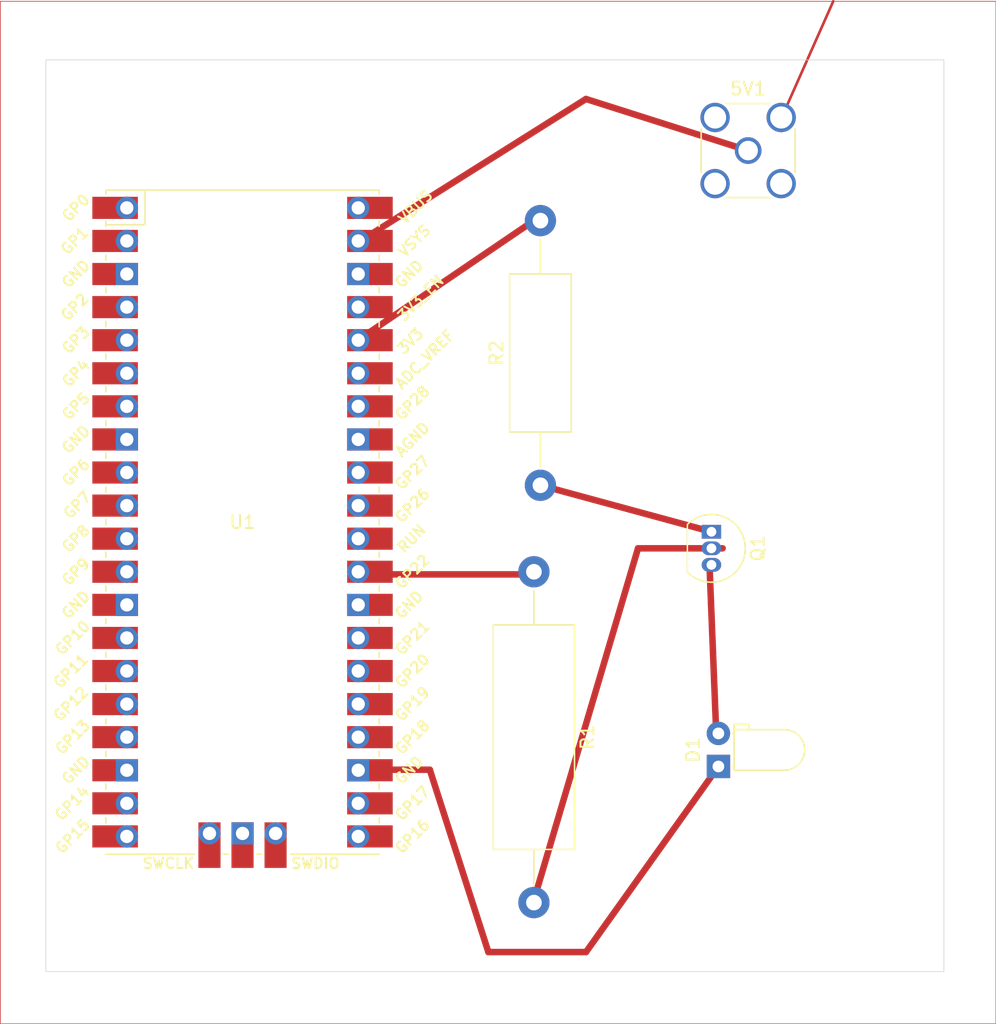
<source format=kicad_pcb>
(kicad_pcb (version 20240108) (generator "pcbnew") (generator_version "8.0")
  (layers (0 "F.Cu" signal) (31 "B.Cu" signal) (34 "B.Paste" user) (35 "F.Paste" user) (36 "B.SilkS" user "B.Silkscreen") (37 "F.SilkS" user "F.Silkscreen") (38 "B.Mask" user) (39 "F.Mask" user) (44 "Edge.Cuts" user))
  (net 0 "")
  (net 1 "GND")
  (net 2 "Net-(D1-A)")
  (net 3 "Net-(U1-GPIO22)")
  (net 15 "Net-(Q1-C)")
  (net 17 "Net-(5V1-+)")
  (net 46 "Net-(Q1-B)")
  (net 47 "3,3V")
  (footprint "MCU_RaspberryPi_and_Boards:RPi_Pico_SMD_TH" (layer "F.Cu") (at 71.11 109.49)
    (property "Reference" "U1" (at 0 0 0) (layer "F.SilkS"))
    (property "Value" "Pico")
    (fp_line (start -10.5 -25.5) (end -10.5 -25.2) (stroke (width 0.12)) (layer "F.SilkS"))
    (fp_line (start -10.5 -25.5) (end 10.5 -25.5) (stroke (width 0.12)) (layer "F.SilkS"))
    (fp_line (start -10.5 -23.1) (end -10.5 -22.7) (stroke (width 0.12)) (layer "F.SilkS"))
    (fp_line (start -10.5 -22.833) (end -7.493 -22.833) (stroke (width 0.12)) (layer "F.SilkS"))
    (fp_line (start -10.5 -20.5) (end -10.5 -20.1) (stroke (width 0.12)) (layer "F.SilkS"))
    (fp_line (start -10.5 -18) (end -10.5 -17.6) (stroke (width 0.12)) (layer "F.SilkS"))
    (fp_line (start -10.5 -15.4) (end -10.5 -15) (stroke (width 0.12)) (layer "F.SilkS"))
    (fp_line (start -10.5 -12.9) (end -10.5 -12.5) (stroke (width 0.12)) (layer "F.SilkS"))
    (fp_line (start -10.5 -10.4) (end -10.5 -10) (stroke (width 0.12)) (layer "F.SilkS"))
    (fp_line (start -10.5 -7.8) (end -10.5 -7.4) (stroke (width 0.12)) (layer "F.SilkS"))
    (fp_line (start -10.5 -5.3) (end -10.5 -4.9) (stroke (width 0.12)) (layer "F.SilkS"))
    (fp_line (start -10.5 -2.7) (end -10.5 -2.3) (stroke (width 0.12)) (layer "F.SilkS"))
    (fp_line (start -10.5 -0.2) (end -10.5 0.2) (stroke (width 0.12)) (layer "F.SilkS"))
    (fp_line (start -10.5 2.3) (end -10.5 2.7) (stroke (width 0.12)) (layer "F.SilkS"))
    (fp_line (start -10.5 4.9) (end -10.5 5.3) (stroke (width 0.12)) (layer "F.SilkS"))
    (fp_line (start -10.5 7.4) (end -10.5 7.8) (stroke (width 0.12)) (layer "F.SilkS"))
    (fp_line (start -10.5 10) (end -10.5 10.4) (stroke (width 0.12)) (layer "F.SilkS"))
    (fp_line (start -10.5 12.5) (end -10.5 12.9) (stroke (width 0.12)) (layer "F.SilkS"))
    (fp_line (start -10.5 15.1) (end -10.5 15.5) (stroke (width 0.12)) (layer "F.SilkS"))
    (fp_line (start -10.5 17.6) (end -10.5 18) (stroke (width 0.12)) (layer "F.SilkS"))
    (fp_line (start -10.5 20.1) (end -10.5 20.5) (stroke (width 0.12)) (layer "F.SilkS"))
    (fp_line (start -10.5 22.7) (end -10.5 23.1) (stroke (width 0.12)) (layer "F.SilkS"))
    (fp_line (start -7.493 -22.833) (end -7.493 -25.5) (stroke (width 0.12)) (layer "F.SilkS"))
    (fp_line (start -3.7 25.5) (end -10.5 25.5) (stroke (width 0.12)) (layer "F.SilkS"))
    (fp_line (start -1.5 25.5) (end -1.1 25.5) (stroke (width 0.12)) (layer "F.SilkS"))
    (fp_line (start 1.1 25.5) (end 1.5 25.5) (stroke (width 0.12)) (layer "F.SilkS"))
    (fp_line (start 10.5 -25.5) (end 10.5 -25.2) (stroke (width 0.12)) (layer "F.SilkS"))
    (fp_line (start 10.5 -23.1) (end 10.5 -22.7) (stroke (width 0.12)) (layer "F.SilkS"))
    (fp_line (start 10.5 -20.5) (end 10.5 -20.1) (stroke (width 0.12)) (layer "F.SilkS"))
    (fp_line (start 10.5 -18) (end 10.5 -17.6) (stroke (width 0.12)) (layer "F.SilkS"))
    (fp_line (start 10.5 -15.4) (end 10.5 -15) (stroke (width 0.12)) (layer "F.SilkS"))
    (fp_line (start 10.5 -12.9) (end 10.5 -12.5) (stroke (width 0.12)) (layer "F.SilkS"))
    (fp_line (start 10.5 -10.4) (end 10.5 -10) (stroke (width 0.12)) (layer "F.SilkS"))
    (fp_line (start 10.5 -7.8) (end 10.5 -7.4) (stroke (width 0.12)) (layer "F.SilkS"))
    (fp_line (start 10.5 -5.3) (end 10.5 -4.9) (stroke (width 0.12)) (layer "F.SilkS"))
    (fp_line (start 10.5 -2.7) (end 10.5 -2.3) (stroke (width 0.12)) (layer "F.SilkS"))
    (fp_line (start 10.5 -0.2) (end 10.5 0.2) (stroke (width 0.12)) (layer "F.SilkS"))
    (fp_line (start 10.5 2.3) (end 10.5 2.7) (stroke (width 0.12)) (layer "F.SilkS"))
    (fp_line (start 10.5 4.9) (end 10.5 5.3) (stroke (width 0.12)) (layer "F.SilkS"))
    (fp_line (start 10.5 7.4) (end 10.5 7.8) (stroke (width 0.12)) (layer "F.SilkS"))
    (fp_line (start 10.5 10) (end 10.5 10.4) (stroke (width 0.12)) (layer "F.SilkS"))
    (fp_line (start 10.5 12.5) (end 10.5 12.9) (stroke (width 0.12)) (layer "F.SilkS"))
    (fp_line (start 10.5 15.1) (end 10.5 15.5) (stroke (width 0.12)) (layer "F.SilkS"))
    (fp_line (start 10.5 17.6) (end 10.5 18) (stroke (width 0.12)) (layer "F.SilkS"))
    (fp_line (start 10.5 20.1) (end 10.5 20.5) (stroke (width 0.12)) (layer "F.SilkS"))
    (fp_line (start 10.5 22.7) (end 10.5 23.1) (stroke (width 0.12)) (layer "F.SilkS"))
    (fp_line (start 10.5 25.5) (end 3.7 25.5) (stroke (width 0.12)) (layer "F.SilkS"))
    (fp_text user "GP4" (at -12.8 -11.43 45) (layer "F.SilkS") (effects (font (size 0.8 0.8))))
    (fp_text user "GP14" (at -13.1 21.59 45) (layer "F.SilkS") (effects (font (size 0.8 0.8))))
    (fp_text user "GP5" (at -12.8 -8.89 45) (layer "F.SilkS") (effects (font (size 0.8 0.8))))
    (fp_text user "GP7" (at -12.7 -1.3 45) (layer "F.SilkS") (effects (font (size 0.8 0.8))))
    (fp_text user "GP15" (at -13.054 24.13 45) (layer "F.SilkS") (effects (font (size 0.8 0.8))))
    (fp_text user "GP13" (at -13.054 16.51 45) (layer "F.SilkS") (effects (font (size 0.8 0.8))))
    (fp_text user "GP6" (at -12.8 -3.81 45) (layer "F.SilkS") (effects (font (size 0.8 0.8))))
    (fp_text user "GP11" (at -13.2 11.43 45) (layer "F.SilkS") (effects (font (size 0.8 0.8))))
    (fp_text user "GP17" (at 13.054 21.59 45) (layer "F.SilkS") (effects (font (size 0.8 0.8))))
    (fp_text user "RUN" (at 13 1.27 45) (layer "F.SilkS") (effects (font (size 0.8 0.8))))
    (fp_text user "VBUS" (at 13.3 -24.2 45) (layer "F.SilkS") (effects (font (size 0.8 0.8))))
    (fp_text user "GP9" (at -12.8 3.81 45) (layer "F.SilkS") (effects (font (size 0.8 0.8))))
    (fp_text user "GND" (at -12.8 6.35 45) (layer "F.SilkS") (effects (font (size 0.8 0.8))))
    (fp_text user "GP3" (at -12.8 -13.97 45) (layer "F.SilkS") (effects (font (size 0.8 0.8))))
    (fp_text user "AGND" (at 13.054 -6.35 45) (layer "F.SilkS") (effects (font (size 0.8 0.8))))
    (fp_text user "SWDIO" (at 5.6 26.2 0) (layer "F.SilkS") (effects (font (size 0.8 0.8))))
    (fp_text user "3V3" (at 12.9 -13.9 45) (layer "F.SilkS") (effects (font (size 0.8 0.8))))
    (fp_text user "SWCLK" (at -5.7 26.2 0) (layer "F.SilkS") (effects (font (size 0.8 0.8))))
    (fp_text user "GP28" (at 13.054 -9.144 45) (layer "F.SilkS") (effects (font (size 0.8 0.8))))
    (fp_text user "GND" (at -12.8 -19.05 45) (layer "F.SilkS") (effects (font (size 0.8 0.8))))
    (fp_text user "GP10" (at -13.054 8.89 45) (layer "F.SilkS") (effects (font (size 0.8 0.8))))
    (fp_text user "GP0" (at -12.8 -24.13 45) (layer "F.SilkS") (effects (font (size 0.8 0.8))))
    (fp_text user "GP16" (at 13.054 24.13 45) (layer "F.SilkS") (effects (font (size 0.8 0.8))))
    (fp_text user "GP21" (at 13.054 8.9 45) (layer "F.SilkS") (effects (font (size 0.8 0.8))))
    (fp_text user "GND" (at 12.8 19.05 45) (layer "F.SilkS") (effects (font (size 0.8 0.8))))
    (fp_text user "GP22" (at 13.054 3.81 45) (layer "F.SilkS") (effects (font (size 0.8 0.8))))
    (fp_text user "3V3_EN" (at 13.7 -17.2 45) (layer "F.SilkS") (effects (font (size 0.8 0.8))))
    (fp_text user "GP20" (at 13.054 11.43 45) (layer "F.SilkS") (effects (font (size 0.8 0.8))))
    (fp_text user "GP1" (at -12.9 -21.6 45) (layer "F.SilkS") (effects (font (size 0.8 0.8))))
    (fp_text user "GP19" (at 13.054 13.97 45) (layer "F.SilkS") (effects (font (size 0.8 0.8))))
    (fp_text user "GP18" (at 13.054 16.51 45) (layer "F.SilkS") (effects (font (size 0.8 0.8))))
    (fp_text user "GND" (at -12.8 19.05 45) (layer "F.SilkS") (effects (font (size 0.8 0.8))))
    (fp_text user "GND" (at 12.8 6.35 45) (layer "F.SilkS") (effects (font (size 0.8 0.8))))
    (fp_text user "GP2" (at -12.9 -16.51 45) (layer "F.SilkS") (effects (font (size 0.8 0.8))))
    (fp_text user "GP27" (at 13.054 -3.8 45) (layer "F.SilkS") (effects (font (size 0.8 0.8))))
    (fp_text user "GND" (at 12.8 -19.05 45) (layer "F.SilkS") (effects (font (size 0.8 0.8))))
    (fp_text user "GP12" (at -13.2 13.97 45) (layer "F.SilkS") (effects (font (size 0.8 0.8))))
    (fp_text user "GND" (at -12.8 -6.35 45) (layer "F.SilkS") (effects (font (size 0.8 0.8))))
    (fp_text user "ADC_VREF" (at 14 -12.5 45) (layer "F.SilkS") (effects (font (size 0.8 0.8))))
    (fp_text user "GP8" (at -12.8 1.27 45) (layer "F.SilkS") (effects (font (size 0.8 0.8))))
    (fp_text user "VSYS" (at 13.2 -21.59 45) (layer "F.SilkS") (effects (font (size 0.8 0.8))))
    (fp_text user "GP26" (at 13.054 -1.27 45) (layer "F.SilkS") (effects (font (size 0.8 0.8))))
    (pad "" np_thru_hole oval (at -2.725 -24) (size 1.8 1.8) (drill 1.8) (layers "*.Cu" "*.Mask"))
    (pad "" np_thru_hole oval (at -2.425 -20.97) (size 1.5 1.5) (drill 1.5) (layers "*.Cu" "*.Mask"))
    (pad "" np_thru_hole oval (at 2.425 -20.97) (size 1.5 1.5) (drill 1.5) (layers "*.Cu" "*.Mask"))
    (pad "" np_thru_hole oval (at 2.725 -24) (size 1.8 1.8) (drill 1.8) (layers "*.Cu" "*.Mask"))
    (pad "1" thru_hole oval (at -8.89 -24.13) (size 1.7 1.7) (drill 1.02) (layers "*.Cu" "*.Mask"))
    (pad "1" smd rect (at -8.89 -24.13) (size 3.5 1.7) (drill (offset -0.9 0)) (layers "F.Cu" "F.Mask"))
    (pad "2" thru_hole oval (at -8.89 -21.59) (size 1.7 1.7) (drill 1.02) (layers "*.Cu" "*.Mask"))
    (pad "2" smd rect (at -8.89 -21.59) (size 3.5 1.7) (drill (offset -0.9 0)) (layers "F.Cu" "F.Mask"))
    (pad "3" thru_hole rect (at -8.89 -19.05) (size 1.7 1.7) (drill 1.02) (layers "*.Cu" "*.Mask"))
    (pad "3" smd rect (at -8.89 -19.05) (size 3.5 1.7) (drill (offset -0.9 0)) (layers "F.Cu" "F.Mask"))
    (pad "4" thru_hole oval (at -8.89 -16.51) (size 1.7 1.7) (drill 1.02) (layers "*.Cu" "*.Mask"))
    (pad "4" smd rect (at -8.89 -16.51) (size 3.5 1.7) (drill (offset -0.9 0)) (layers "F.Cu" "F.Mask"))
    (pad "5" thru_hole oval (at -8.89 -13.97) (size 1.7 1.7) (drill 1.02) (layers "*.Cu" "*.Mask"))
    (pad "5" smd rect (at -8.89 -13.97) (size 3.5 1.7) (drill (offset -0.9 0)) (layers "F.Cu" "F.Mask"))
    (pad "6" thru_hole oval (at -8.89 -11.43) (size 1.7 1.7) (drill 1.02) (layers "*.Cu" "*.Mask"))
    (pad "6" smd rect (at -8.89 -11.43) (size 3.5 1.7) (drill (offset -0.9 0)) (layers "F.Cu" "F.Mask"))
    (pad "7" thru_hole oval (at -8.89 -8.89) (size 1.7 1.7) (drill 1.02) (layers "*.Cu" "*.Mask"))
    (pad "7" smd rect (at -8.89 -8.89) (size 3.5 1.7) (drill (offset -0.9 0)) (layers "F.Cu" "F.Mask"))
    (pad "8" thru_hole rect (at -8.89 -6.35) (size 1.7 1.7) (drill 1.02) (layers "*.Cu" "*.Mask"))
    (pad "8" smd rect (at -8.89 -6.35) (size 3.5 1.7) (drill (offset -0.9 0)) (layers "F.Cu" "F.Mask"))
    (pad "9" thru_hole oval (at -8.89 -3.81) (size 1.7 1.7) (drill 1.02) (layers "*.Cu" "*.Mask"))
    (pad "9" smd rect (at -8.89 -3.81) (size 3.5 1.7) (drill (offset -0.9 0)) (layers "F.Cu" "F.Mask"))
    (pad "10" thru_hole oval (at -8.89 -1.27) (size 1.7 1.7) (drill 1.02) (layers "*.Cu" "*.Mask"))
    (pad "10" smd rect (at -8.89 -1.27) (size 3.5 1.7) (drill (offset -0.9 0)) (layers "F.Cu" "F.Mask"))
    (pad "11" thru_hole oval (at -8.89 1.27) (size 1.7 1.7) (drill 1.02) (layers "*.Cu" "*.Mask"))
    (pad "11" smd rect (at -8.89 1.27) (size 3.5 1.7) (drill (offset -0.9 0)) (layers "F.Cu" "F.Mask"))
    (pad "12" thru_hole oval (at -8.89 3.81) (size 1.7 1.7) (drill 1.02) (layers "*.Cu" "*.Mask"))
    (pad "12" smd rect (at -8.89 3.81) (size 3.5 1.7) (drill (offset -0.9 0)) (layers "F.Cu" "F.Mask"))
    (pad "13" thru_hole rect (at -8.89 6.35) (size 1.7 1.7) (drill 1.02) (layers "*.Cu" "*.Mask"))
    (pad "13" smd rect (at -8.89 6.35) (size 3.5 1.7) (drill (offset -0.9 0)) (layers "F.Cu" "F.Mask"))
    (pad "14" thru_hole oval (at -8.89 8.89) (size 1.7 1.7) (drill 1.02) (layers "*.Cu" "*.Mask"))
    (pad "14" smd rect (at -8.89 8.89) (size 3.5 1.7) (drill (offset -0.9 0)) (layers "F.Cu" "F.Mask"))
    (pad "15" thru_hole oval (at -8.89 11.43) (size 1.7 1.7) (drill 1.02) (layers "*.Cu" "*.Mask"))
    (pad "15" smd rect (at -8.89 11.43) (size 3.5 1.7) (drill (offset -0.9 0)) (layers "F.Cu" "F.Mask"))
    (pad "16" thru_hole oval (at -8.89 13.97) (size 1.7 1.7) (drill 1.02) (layers "*.Cu" "*.Mask"))
    (pad "16" smd rect (at -8.89 13.97) (size 3.5 1.7) (drill (offset -0.9 0)) (layers "F.Cu" "F.Mask"))
    (pad "17" thru_hole oval (at -8.89 16.51) (size 1.7 1.7) (drill 1.02) (layers "*.Cu" "*.Mask"))
    (pad "17" smd rect (at -8.89 16.51) (size 3.5 1.7) (drill (offset -0.9 0)) (layers "F.Cu" "F.Mask"))
    (pad "18" thru_hole rect (at -8.89 19.05) (size 1.7 1.7) (drill 1.02) (layers "*.Cu" "*.Mask"))
    (pad "18" smd rect (at -8.89 19.05) (size 3.5 1.7) (drill (offset -0.9 0)) (layers "F.Cu" "F.Mask"))
    (pad "19" thru_hole oval (at -8.89 21.59) (size 1.7 1.7) (drill 1.02) (layers "*.Cu" "*.Mask"))
    (pad "19" smd rect (at -8.89 21.59) (size 3.5 1.7) (drill (offset -0.9 0)) (layers "F.Cu" "F.Mask"))
    (pad "20" thru_hole oval (at -8.89 24.13) (size 1.7 1.7) (drill 1.02) (layers "*.Cu" "*.Mask"))
    (pad "20" smd rect (at -8.89 24.13) (size 3.5 1.7) (drill (offset -0.9 0)) (layers "F.Cu" "F.Mask"))
    (pad "21" thru_hole oval (at 8.89 24.13) (size 1.7 1.7) (drill 1.02) (layers "*.Cu" "*.Mask"))
    (pad "21" smd rect (at 8.89 24.13) (size 3.5 1.7) (drill (offset 0.9 0)) (layers "F.Cu" "F.Mask"))
    (pad "22" thru_hole oval (at 8.89 21.59) (size 1.7 1.7) (drill 1.02) (layers "*.Cu" "*.Mask"))
    (pad "22" smd rect (at 8.89 21.59) (size 3.5 1.7) (drill (offset 0.9 0)) (layers "F.Cu" "F.Mask"))
    (pad "23" thru_hole rect (at 8.89 19.05) (size 1.7 1.7) (drill 1.02) (layers "*.Cu" "*.Mask"))
    (pad "23" smd rect (at 8.89 19.05) (size 3.5 1.7) (drill (offset 0.9 0)) (layers "F.Cu" "F.Mask"))
    (pad "24" thru_hole oval (at 8.89 16.51) (size 1.7 1.7) (drill 1.02) (layers "*.Cu" "*.Mask"))
    (pad "24" smd rect (at 8.89 16.51) (size 3.5 1.7) (drill (offset 0.9 0)) (layers "F.Cu" "F.Mask"))
    (pad "25" thru_hole oval (at 8.89 13.97) (size 1.7 1.7) (drill 1.02) (layers "*.Cu" "*.Mask"))
    (pad "25" smd rect (at 8.89 13.97) (size 3.5 1.7) (drill (offset 0.9 0)) (layers "F.Cu" "F.Mask"))
    (pad "26" thru_hole oval (at 8.89 11.43) (size 1.7 1.7) (drill 1.02) (layers "*.Cu" "*.Mask"))
    (pad "26" smd rect (at 8.89 11.43) (size 3.5 1.7) (drill (offset 0.9 0)) (layers "F.Cu" "F.Mask"))
    (pad "27" thru_hole oval (at 8.89 8.89) (size 1.7 1.7) (drill 1.02) (layers "*.Cu" "*.Mask"))
    (pad "27" smd rect (at 8.89 8.89) (size 3.5 1.7) (drill (offset 0.9 0)) (layers "F.Cu" "F.Mask"))
    (pad "28" thru_hole rect (at 8.89 6.35) (size 1.7 1.7) (drill 1.02) (layers "*.Cu" "*.Mask"))
    (pad "28" smd rect (at 8.89 6.35) (size 3.5 1.7) (drill (offset 0.9 0)) (layers "F.Cu" "F.Mask"))
    (pad "29" thru_hole oval (at 8.89 3.81) (size 1.7 1.7) (drill 1.02) (layers "*.Cu" "*.Mask") (net 3 "Net-(U1-GPIO22)"))
    (pad "29" smd rect (at 8.89 3.81) (size 3.5 1.7) (drill (offset 0.9 0)) (layers "F.Cu" "F.Mask") (net 3 "Net-(U1-GPIO22)"))
    (pad "30" thru_hole oval (at 8.89 1.27) (size 1.7 1.7) (drill 1.02) (layers "*.Cu" "*.Mask"))
    (pad "30" smd rect (at 8.89 1.27) (size 3.5 1.7) (drill (offset 0.9 0)) (layers "F.Cu" "F.Mask"))
    (pad "31" thru_hole oval (at 8.89 -1.27) (size 1.7 1.7) (drill 1.02) (layers "*.Cu" "*.Mask"))
    (pad "31" smd rect (at 8.89 -1.27) (size 3.5 1.7) (drill (offset 0.9 0)) (layers "F.Cu" "F.Mask"))
    (pad "32" thru_hole oval (at 8.89 -3.81) (size 1.7 1.7) (drill 1.02) (layers "*.Cu" "*.Mask"))
    (pad "32" smd rect (at 8.89 -3.81) (size 3.5 1.7) (drill (offset 0.9 0)) (layers "F.Cu" "F.Mask"))
    (pad "33" thru_hole rect (at 8.89 -6.35) (size 1.7 1.7) (drill 1.02) (layers "*.Cu" "*.Mask"))
    (pad "33" smd rect (at 8.89 -6.35) (size 3.5 1.7) (drill (offset 0.9 0)) (layers "F.Cu" "F.Mask"))
    (pad "34" thru_hole oval (at 8.89 -8.89) (size 1.7 1.7) (drill 1.02) (layers "*.Cu" "*.Mask"))
    (pad "34" smd rect (at 8.89 -8.89) (size 3.5 1.7) (drill (offset 0.9 0)) (layers "F.Cu" "F.Mask"))
    (pad "35" thru_hole oval (at 8.89 -11.43) (size 1.7 1.7) (drill 1.02) (layers "*.Cu" "*.Mask"))
    (pad "35" smd rect (at 8.89 -11.43) (size 3.5 1.7) (drill (offset 0.9 0)) (layers "F.Cu" "F.Mask"))
    (pad "36" thru_hole oval (at 8.89 -13.97) (size 1.7 1.7) (drill 1.02) (layers "*.Cu" "*.Mask"))
    (pad "36" smd rect (at 8.89 -13.97) (size 3.5 1.7) (drill (offset 0.9 0)) (layers "F.Cu" "F.Mask"))
    (pad "37" thru_hole oval (at 8.89 -16.51) (size 1.7 1.7) (drill 1.02) (layers "*.Cu" "*.Mask") (net 47 "3,3V"))
    (pad "37" smd rect (at 8.89 -16.51) (size 3.5 1.7) (drill (offset 0.9 0)) (layers "F.Cu" "F.Mask") (net 47 "3,3V"))
    (pad "38" thru_hole rect (at 8.89 -19.05) (size 1.7 1.7) (drill 1.02) (layers "*.Cu" "*.Mask"))
    (pad "38" smd rect (at 8.89 -19.05) (size 3.5 1.7) (drill (offset 0.9 0)) (layers "F.Cu" "F.Mask"))
    (pad "39" thru_hole oval (at 8.89 -21.59) (size 1.7 1.7) (drill 1.02) (layers "*.Cu" "*.Mask") (net 17 "Net-(5V1-+)"))
    (pad "39" smd rect (at 8.89 -21.59) (size 3.5 1.7) (drill (offset 0.9 0)) (layers "F.Cu" "F.Mask") (net 17 "Net-(5V1-+)"))
    (pad "40" thru_hole oval (at 8.89 -24.13) (size 1.7 1.7) (drill 1.02) (layers "*.Cu" "*.Mask"))
    (pad "40" smd rect (at 8.89 -24.13) (size 3.5 1.7) (drill (offset 0.9 0)) (layers "F.Cu" "F.Mask"))
    (pad "41" thru_hole oval (at -2.54 23.9) (size 1.7 1.7) (drill 1.02) (layers "*.Cu" "*.Mask"))
    (pad "41" smd rect (at -2.54 23.9 90) (size 3.5 1.7) (drill (offset -0.9 0)) (layers "F.Cu" "F.Mask"))
    (pad "42" thru_hole rect (at 0 23.9) (size 1.7 1.7) (drill 1.02) (layers "*.Cu" "*.Mask"))
    (pad "42" smd rect (at 0 23.9 90) (size 3.5 1.7) (drill (offset -0.9 0)) (layers "F.Cu" "F.Mask"))
    (pad "43" thru_hole oval (at 2.54 23.9) (size 1.7 1.7) (drill 1.02) (layers "*.Cu" "*.Mask"))
    (pad "43" smd rect (at 2.54 23.9 90) (size 3.5 1.7) (drill (offset -0.9 0)) (layers "F.Cu" "F.Mask"))
  )
  (footprint "Resistor_THT:R_Axial_DIN0414_L11.9mm_D4.5mm_P20.32mm_Horizontal" (layer "F.Cu") (at 94 106.66 90)
    (property "Reference" "R2" (at 10.16 -3.37 -90) (layer "F.SilkS"))
    (property "Value" "100")
    (fp_line (start 16.23 -2.37) (end 4.09 -2.37) (stroke (width 0.12)) (layer "F.SilkS"))
    (fp_line (start 4.09 -2.37) (end 4.09 2.37) (stroke (width 0.12)) (layer "F.SilkS"))
    (fp_line (start 18.88 0) (end 16.23 0) (stroke (width 0.12)) (layer "F.SilkS"))
    (fp_line (start 1.44 0) (end 4.09 0) (stroke (width 0.12)) (layer "F.SilkS"))
    (fp_line (start 16.23 2.37) (end 16.23 -2.37) (stroke (width 0.12)) (layer "F.SilkS"))
    (fp_line (start 4.09 2.37) (end 16.23 2.37) (stroke (width 0.12)) (layer "F.SilkS"))
    (pad "1" thru_hole circle (at 0 0 90) (size 2.4 2.4) (drill 1.2) (layers "*.Cu" "*.Mask") (net 2 "Net-(D1-A)"))
    (pad "2" thru_hole oval (at 20.32 0 90) (size 2.4 2.4) (drill 1.2) (layers "*.Cu" "*.Mask") (net 3 "Net-(U1-GPIO22)"))
  )
  (footprint "LED_THT:LED_D3.0mm_Horizontal_O1.27mm_Z2.0mm" (layer "F.Cu") (at 107.675 128.25 90)
    (property "Reference" "D1" (at 1.27 -1.96 -90) (layer "F.SilkS"))
    (property "Value" "LED")
    (fp_line (start 2.54 1.08) (end 2.54 1.08) (stroke (width 0.12)) (layer "F.SilkS"))
    (fp_line (start 2.54 1.08) (end 2.54 1.21) (stroke (width 0.12)) (layer "F.SilkS"))
    (fp_line (start 0 1.08) (end 0 1.08) (stroke (width 0.12)) (layer "F.SilkS"))
    (fp_line (start 0 1.08) (end 0 1.21) (stroke (width 0.12)) (layer "F.SilkS"))
    (fp_line (start 3.23 1.21) (end 3.23 2.33) (stroke (width 0.12)) (layer "F.SilkS"))
    (fp_line (start 2.83 1.21) (end 3.23 1.21) (stroke (width 0.12)) (layer "F.SilkS"))
    (fp_line (start 2.83 1.21) (end 2.83 5.07) (stroke (width 0.12)) (layer "F.SilkS"))
    (fp_line (start 2.54 1.21) (end 2.54 1.08) (stroke (width 0.12)) (layer "F.SilkS"))
    (fp_line (start 2.54 1.21) (end 2.54 1.21) (stroke (width 0.12)) (layer "F.SilkS"))
    (fp_line (start 0 1.21) (end 0 1.08) (stroke (width 0.12)) (layer "F.SilkS"))
    (fp_line (start 0 1.21) (end 0 1.21) (stroke (width 0.12)) (layer "F.SilkS"))
    (fp_line (start -0.29 1.21) (end 2.83 1.21) (stroke (width 0.12)) (layer "F.SilkS"))
    (fp_line (start -0.29 1.21) (end -0.29 5.07) (stroke (width 0.12)) (layer "F.SilkS"))
    (fp_line (start 3.23 2.33) (end 2.83 2.33) (stroke (width 0.12)) (layer "F.SilkS"))
    (fp_line (start 2.83 2.33) (end 2.83 1.21) (stroke (width 0.12)) (layer "F.SilkS"))
    (fp_arc (start 2.83 5.07) (mid 1.27 6.63) (end -0.29 5.07) (stroke (width 0.12)) (layer "F.SilkS"))
    (pad "1" thru_hole rect (at 0 0 90) (size 1.8 1.8) (drill 0.9) (layers "*.Cu" "*.Mask") (net 1 "GND"))
    (pad "2" thru_hole circle (at 2.54 0 90) (size 1.8 1.8) (drill 0.9) (layers "*.Cu" "*.Mask") (net 2 "Net-(D1-A)"))
  )
  (footprint "Package_TO_SOT_THT:TO-92_Inline" (layer "F.Cu") (at 107.14 110.23 -90)
    (property "Reference" "Q1" (at 1.27 -3.56 90) (layer "F.SilkS"))
    (property "Value" "BC548")
    (fp_line (start -0.53 1.85) (end 3.07 1.85) (stroke (width 0.12)) (layer "F.SilkS"))
    (fp_arc (start -0.568478 1.838478) (mid -1.132087 -0.994977) (end 1.27 -2.6) (stroke (width 0.12)) (layer "F.SilkS"))
    (fp_arc (start 1.27 -2.6) (mid 3.672087 -0.994977) (end 3.108478 1.838478) (stroke (width 0.12)) (layer "F.SilkS"))
    (pad "1" thru_hole rect (at 0 0 270) (size 1.05 1.5) (drill 0.75) (layers "*.Cu" "*.Mask") (net 15 "Net-(Q1-C)"))
    (pad "2" thru_hole oval (at 1.27 0 270) (size 1.05 1.5) (drill 0.75) (layers "*.Cu" "*.Mask") (net 46 "Net-(Q1-B)"))
    (pad "3" thru_hole oval (at 2.54 0 270) (size 1.05 1.5) (drill 0.75) (layers "*.Cu" "*.Mask") (net 2 "Net-(D1-A)"))
  )
  (footprint "Connector_Coaxial:SMA_Amphenol_132291-12_Vertical" (layer "F.Cu") (at 109.96 80.96)
    (property "Reference" "5V1" (at 0 -4.75 0) (layer "F.SilkS"))
    (property "Value" "Battery")
    (fp_line (start -3.61 -1.66) (end -3.61 1.66) (stroke (width 0.12)) (layer "F.SilkS"))
    (fp_line (start 1.66 -3.61) (end -1.66 -3.61) (stroke (width 0.12)) (layer "F.SilkS"))
    (fp_line (start 1.66 3.61) (end -1.66 3.61) (stroke (width 0.12)) (layer "F.SilkS"))
    (fp_line (start 3.61 -1.66) (end 3.61 1.66) (stroke (width 0.12)) (layer "F.SilkS"))
    (pad "1" thru_hole circle (at 0 0) (size 2.05 2.05) (drill 1.5) (layers "*.Cu" "*.Mask") (net 17 "Net-(5V1-+)"))
    (pad "2" thru_hole circle (at -2.54 -2.54) (size 2.25 2.25) (drill 1.7) (layers "*.Cu" "*.Mask") (net 1 "GND"))
    (pad "2" thru_hole circle (at -2.54 2.54) (size 2.25 2.25) (drill 1.7) (layers "*.Cu" "*.Mask") (net 1 "GND"))
    (pad "2" thru_hole circle (at 2.54 -2.54) (size 2.25 2.25) (drill 1.7) (layers "*.Cu" "*.Mask") (net 1 "GND"))
    (pad "2" thru_hole circle (at 2.54 2.54) (size 2.25 2.25) (drill 1.7) (layers "*.Cu" "*.Mask") (net 1 "GND"))
  )
  (footprint "Resistor_THT:R_Axial_DIN0617_L17.0mm_D6.0mm_P25.40mm_Horizontal" (layer "F.Cu") (at 93.5 113.3 -90)
    (property "Reference" "R1" (at 12.7 -4.12 90) (layer "F.SilkS"))
    (property "Value" "10K")
    (fp_line (start 4.08 3.12) (end 21.32 3.12) (stroke (width 0.12)) (layer "F.SilkS"))
    (fp_line (start 21.32 3.12) (end 21.32 -3.12) (stroke (width 0.12)) (layer "F.SilkS"))
    (fp_line (start 1.44 0) (end 4.08 0) (stroke (width 0.12)) (layer "F.SilkS"))
    (fp_line (start 23.96 0) (end 21.32 0) (stroke (width 0.12)) (layer "F.SilkS"))
    (fp_line (start 4.08 -3.12) (end 4.08 3.12) (stroke (width 0.12)) (layer "F.SilkS"))
    (fp_line (start 21.32 -3.12) (end 4.08 -3.12) (stroke (width 0.12)) (layer "F.SilkS"))
    (pad "1" thru_hole circle (at 0 0 270) (size 2.4 2.4) (drill 1.2) (layers "*.Cu" "*.Mask") (net 3 "Net-(U1-GPIO22)"))
    (pad "2" thru_hole oval (at 25.4 0 270) (size 2.4 2.4) (drill 1.2) (layers "*.Cu" "*.Mask") (net 46 "Net-(Q1-B)"))
  )
  (gr_line (start 85.5 128.5) (end 80 128.5) (stroke (width 0.5)) (layer "F.Cu"))
  (gr_line (start 107.5 128.5) (end 97.5 142.5) (stroke (width 0.5)) (layer "F.Cu") (net 1))
  (gr_line (start 97.5 77) (end 109.96 80.96) (stroke (width 0.5)) (layer "F.Cu"))
  (gr_line (start 97.5 142.5) (end 90 142.5) (stroke (width 0.5)) (layer "F.Cu") (net 1))
  (gr_line (start 107 113) (end 107.5 125.5) (stroke (width 0.5)) (layer "F.Cu") (net 2))
  (gr_rect (start 52.5 69.5) (end 129 148) (stroke (width 0.05)) (fill none) (layer "F.Cu") (net 1))
  (gr_line (start 80 88) (end 97.5 77) (stroke (width 0.5)) (layer "F.Cu") (net 11))
  (gr_line (start 90 142.5) (end 85.5 128.5) (stroke (width 0.5)) (layer "F.Cu") (net 1))
  (gr_line (start 112.5 78.5) (end 116.5 69.5) (stroke (width 0.2)) (layer "F.Cu") (net 1))
  (gr_line (start 93.5 138.5) (end 101.5 111.5) (stroke (width 0.5)) (layer "F.Cu") (net 46))
  (gr_line (start 101.5 111.5) (end 108 111.5) (stroke (width 0.5)) (layer "F.Cu") (net 46))
  (gr_line (start 94 106.66) (end 107.14 110.23) (stroke (width 0.5)) (layer "F.Cu") (net 2))
  (gr_line (start 80 113.5) (end 93.5 113.5) (stroke (width 0.5)) (layer "F.Cu") (net 3))
  (gr_line (start 80 95.5) (end 94 86) (stroke (width 0.5)) (layer "F.Cu"))
  (gr_rect (start 56 74) (end 125 144) (stroke (width 0.05)) (fill none) (layer "Edge.Cuts"))
)
</source>
